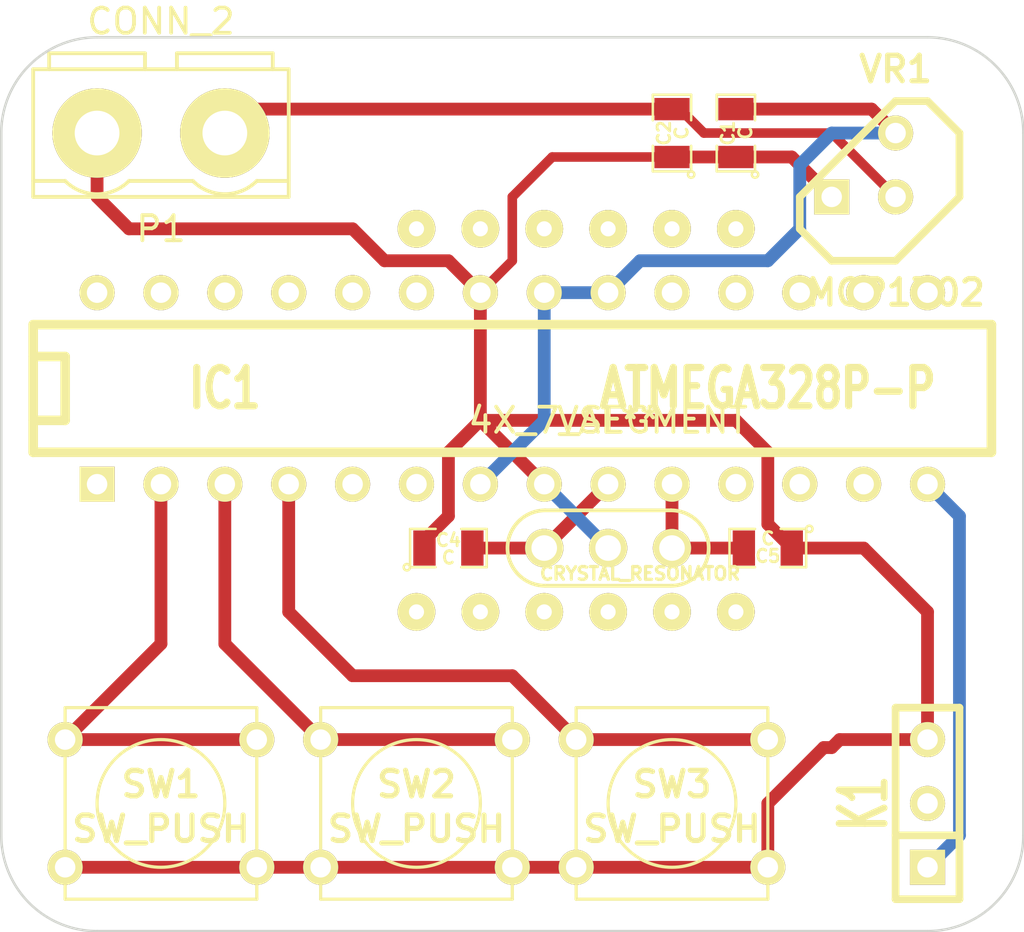
<source format=kicad_pcb>
(kicad_pcb (version 3) (host pcbnew "(2013-dec-23)-stable")

  (general
    (links 33)
    (no_connects 1)
    (area 79.959999 30.429999 120.700001 66.090001)
    (thickness 1.6)
    (drawings 8)
    (tracks 72)
    (zones 0)
    (modules 13)
    (nets 10)
  )

  (page A3)
  (layers
    (15 F.Cu signal)
    (0 B.Cu signal)
    (16 B.Adhes user)
    (17 F.Adhes user)
    (18 B.Paste user)
    (19 F.Paste user)
    (20 B.SilkS user)
    (21 F.SilkS user)
    (22 B.Mask user)
    (23 F.Mask user)
    (24 Dwgs.User user)
    (25 Cmts.User user)
    (26 Eco1.User user)
    (27 Eco2.User user)
    (28 Edge.Cuts user)
  )

  (setup
    (last_trace_width 0.508)
    (user_trace_width 0.381)
    (user_trace_width 0.508)
    (user_trace_width 0.635)
    (user_trace_width 0.762)
    (user_trace_width 1.016)
    (trace_clearance 0.254)
    (zone_clearance 0.508)
    (zone_45_only no)
    (trace_min 0.254)
    (segment_width 0.2)
    (edge_width 0.1)
    (via_size 0.889)
    (via_drill 0.635)
    (via_min_size 0.889)
    (via_min_drill 0.508)
    (uvia_size 0.508)
    (uvia_drill 0.127)
    (uvias_allowed no)
    (uvia_min_size 0.508)
    (uvia_min_drill 0.127)
    (pcb_text_width 0.3)
    (pcb_text_size 1.5 1.5)
    (mod_edge_width 0.15)
    (mod_text_size 1 1)
    (mod_text_width 0.15)
    (pad_size 1.5 1.5)
    (pad_drill 0.6)
    (pad_to_mask_clearance 0)
    (aux_axis_origin 0 0)
    (visible_elements FFFFFFBF)
    (pcbplotparams
      (layerselection 3178497)
      (usegerberextensions true)
      (excludeedgelayer true)
      (linewidth 0.150000)
      (plotframeref false)
      (viasonmask false)
      (mode 1)
      (useauxorigin false)
      (hpglpennumber 1)
      (hpglpenspeed 20)
      (hpglpendiameter 15)
      (hpglpenoverlay 2)
      (psnegative false)
      (psa4output false)
      (plotreference true)
      (plotvalue true)
      (plotothertext true)
      (plotinvisibletext false)
      (padsonsilk false)
      (subtractmaskfromsilk false)
      (outputformat 1)
      (mirror false)
      (drillshape 1)
      (scaleselection 1)
      (outputdirectory ""))
  )

  (net 0 "")
  (net 1 +5V)
  (net 2 GND)
  (net 3 N-000001)
  (net 4 N-000002)
  (net 5 N-0000025)
  (net 6 N-000004)
  (net 7 N-000005)
  (net 8 N-000006)
  (net 9 N-000008)

  (net_class Default "This is the default net class."
    (clearance 0.254)
    (trace_width 0.254)
    (via_dia 0.889)
    (via_drill 0.635)
    (uvia_dia 0.508)
    (uvia_drill 0.127)
    (add_net "")
    (add_net +5V)
    (add_net GND)
    (add_net N-000001)
    (add_net N-000002)
    (add_net N-0000025)
    (add_net N-000004)
    (add_net N-000005)
    (add_net N-000006)
    (add_net N-000008)
  )

  (module TO92 (layer F.Cu) (tedit 443CFFD1) (tstamp 538A9649)
    (at 114.3 35.56 180)
    (descr "Transistor TO92 brochage type BC237")
    (tags "TR TO92")
    (path /538A9548)
    (fp_text reference VR1 (at -1.27 3.81 180) (layer F.SilkS)
      (effects (font (size 1.016 1.016) (thickness 0.2032)))
    )
    (fp_text value MCP1702 (at -1.27 -5.08 180) (layer F.SilkS)
      (effects (font (size 1.016 1.016) (thickness 0.2032)))
    )
    (fp_line (start -1.27 2.54) (end 2.54 -1.27) (layer F.SilkS) (width 0.3048))
    (fp_line (start 2.54 -1.27) (end 2.54 -2.54) (layer F.SilkS) (width 0.3048))
    (fp_line (start 2.54 -2.54) (end 1.27 -3.81) (layer F.SilkS) (width 0.3048))
    (fp_line (start 1.27 -3.81) (end -1.27 -3.81) (layer F.SilkS) (width 0.3048))
    (fp_line (start -1.27 -3.81) (end -3.81 -1.27) (layer F.SilkS) (width 0.3048))
    (fp_line (start -3.81 -1.27) (end -3.81 1.27) (layer F.SilkS) (width 0.3048))
    (fp_line (start -3.81 1.27) (end -2.54 2.54) (layer F.SilkS) (width 0.3048))
    (fp_line (start -2.54 2.54) (end -1.27 2.54) (layer F.SilkS) (width 0.3048))
    (pad 1 thru_hole rect (at 1.27 -1.27 180) (size 1.397 1.397) (drill 0.8128)
      (layers *.Cu *.Mask F.SilkS)
      (net 2 GND)
    )
    (pad 2 thru_hole circle (at -1.27 -1.27 180) (size 1.397 1.397) (drill 0.8128)
      (layers *.Cu *.Mask F.SilkS)
      (net 5 N-0000025)
    )
    (pad 3 thru_hole circle (at -1.27 1.27 180) (size 1.397 1.397) (drill 0.8128)
      (layers *.Cu *.Mask F.SilkS)
      (net 1 +5V)
    )
    (model discret/to98.wrl
      (at (xyz 0 0 0))
      (scale (xyz 1 1 1))
      (rotate (xyz 0 0 0))
    )
  )

  (module SW_PUSH_SMALL (layer F.Cu) (tedit 46544DB3) (tstamp 538A9656)
    (at 86.36 60.96)
    (path /538A9454)
    (fp_text reference SW1 (at 0 -0.762) (layer F.SilkS)
      (effects (font (size 1.016 1.016) (thickness 0.2032)))
    )
    (fp_text value SW_PUSH (at 0 1.016) (layer F.SilkS)
      (effects (font (size 1.016 1.016) (thickness 0.2032)))
    )
    (fp_circle (center 0 0) (end 0 -2.54) (layer F.SilkS) (width 0.127))
    (fp_line (start -3.81 -3.81) (end 3.81 -3.81) (layer F.SilkS) (width 0.127))
    (fp_line (start 3.81 -3.81) (end 3.81 3.81) (layer F.SilkS) (width 0.127))
    (fp_line (start 3.81 3.81) (end -3.81 3.81) (layer F.SilkS) (width 0.127))
    (fp_line (start -3.81 -3.81) (end -3.81 3.81) (layer F.SilkS) (width 0.127))
    (pad 1 thru_hole circle (at 3.81 -2.54) (size 1.397 1.397) (drill 0.8128)
      (layers *.Cu *.Mask F.SilkS)
      (net 6 N-000004)
    )
    (pad 2 thru_hole circle (at 3.81 2.54) (size 1.397 1.397) (drill 0.8128)
      (layers *.Cu *.Mask F.SilkS)
      (net 2 GND)
    )
    (pad 1 thru_hole circle (at -3.81 -2.54) (size 1.397 1.397) (drill 0.8128)
      (layers *.Cu *.Mask F.SilkS)
      (net 6 N-000004)
    )
    (pad 2 thru_hole circle (at -3.81 2.54) (size 1.397 1.397) (drill 0.8128)
      (layers *.Cu *.Mask F.SilkS)
      (net 2 GND)
    )
  )

  (module SW_PUSH_SMALL (layer F.Cu) (tedit 46544DB3) (tstamp 538A9663)
    (at 96.52 60.96)
    (path /538A9461)
    (fp_text reference SW2 (at 0 -0.762) (layer F.SilkS)
      (effects (font (size 1.016 1.016) (thickness 0.2032)))
    )
    (fp_text value SW_PUSH (at 0 1.016) (layer F.SilkS)
      (effects (font (size 1.016 1.016) (thickness 0.2032)))
    )
    (fp_circle (center 0 0) (end 0 -2.54) (layer F.SilkS) (width 0.127))
    (fp_line (start -3.81 -3.81) (end 3.81 -3.81) (layer F.SilkS) (width 0.127))
    (fp_line (start 3.81 -3.81) (end 3.81 3.81) (layer F.SilkS) (width 0.127))
    (fp_line (start 3.81 3.81) (end -3.81 3.81) (layer F.SilkS) (width 0.127))
    (fp_line (start -3.81 -3.81) (end -3.81 3.81) (layer F.SilkS) (width 0.127))
    (pad 1 thru_hole circle (at 3.81 -2.54) (size 1.397 1.397) (drill 0.8128)
      (layers *.Cu *.Mask F.SilkS)
      (net 7 N-000005)
    )
    (pad 2 thru_hole circle (at 3.81 2.54) (size 1.397 1.397) (drill 0.8128)
      (layers *.Cu *.Mask F.SilkS)
      (net 2 GND)
    )
    (pad 1 thru_hole circle (at -3.81 -2.54) (size 1.397 1.397) (drill 0.8128)
      (layers *.Cu *.Mask F.SilkS)
      (net 7 N-000005)
    )
    (pad 2 thru_hole circle (at -3.81 2.54) (size 1.397 1.397) (drill 0.8128)
      (layers *.Cu *.Mask F.SilkS)
      (net 2 GND)
    )
  )

  (module SIL-3 (layer F.Cu) (tedit 200000) (tstamp 538A966F)
    (at 116.84 60.96 90)
    (descr "Connecteur 3 pins")
    (tags "CONN DEV")
    (path /538A9500)
    (fp_text reference K1 (at 0 -2.54 90) (layer F.SilkS)
      (effects (font (size 1.7907 1.07696) (thickness 0.3048)))
    )
    (fp_text value CONN_3 (at 0 -2.54 90) (layer F.SilkS) hide
      (effects (font (size 1.524 1.016) (thickness 0.3048)))
    )
    (fp_line (start -3.81 1.27) (end -3.81 -1.27) (layer F.SilkS) (width 0.3048))
    (fp_line (start -3.81 -1.27) (end 3.81 -1.27) (layer F.SilkS) (width 0.3048))
    (fp_line (start 3.81 -1.27) (end 3.81 1.27) (layer F.SilkS) (width 0.3048))
    (fp_line (start 3.81 1.27) (end -3.81 1.27) (layer F.SilkS) (width 0.3048))
    (fp_line (start -1.27 -1.27) (end -1.27 1.27) (layer F.SilkS) (width 0.3048))
    (pad 1 thru_hole rect (at -2.54 0 90) (size 1.397 1.397) (drill 0.8128)
      (layers *.Cu *.Mask F.SilkS)
      (net 8 N-000006)
    )
    (pad 2 thru_hole circle (at 0 0 90) (size 1.397 1.397) (drill 0.8128)
      (layers *.Cu *.Mask F.SilkS)
      (net 1 +5V)
    )
    (pad 3 thru_hole circle (at 2.54 0 90) (size 1.397 1.397) (drill 0.8128)
      (layers *.Cu *.Mask F.SilkS)
      (net 2 GND)
    )
  )

  (module SCREW_TERMINAL_2 (layer F.Cu) (tedit 535DB3FF) (tstamp 538A9684)
    (at 86.36 34.29 180)
    (path /538A950F)
    (fp_text reference P1 (at 0 -3.81 180) (layer F.SilkS)
      (effects (font (size 1 1) (thickness 0.15)))
    )
    (fp_text value CONN_2 (at 0 4.445 180) (layer F.SilkS)
      (effects (font (size 1 1) (thickness 0.15)))
    )
    (fp_line (start 0.635 2.54) (end 0.635 3.175) (layer F.SilkS) (width 0.15))
    (fp_line (start 0.635 3.175) (end 4.445 3.175) (layer F.SilkS) (width 0.15))
    (fp_line (start 4.445 3.175) (end 4.445 2.54) (layer F.SilkS) (width 0.15))
    (fp_line (start -4.445 3.175) (end -0.635 3.175) (layer F.SilkS) (width 0.15))
    (fp_line (start -0.635 3.175) (end -0.635 2.54) (layer F.SilkS) (width 0.15))
    (fp_line (start -4.445 2.54) (end -4.445 3.175) (layer F.SilkS) (width 0.15))
    (fp_line (start 3.81 -1.905) (end 5.08 -1.905) (layer F.SilkS) (width 0.15))
    (fp_line (start -3.81 -1.905) (end -5.08 -1.905) (layer F.SilkS) (width 0.15))
    (fp_line (start -1.27 -1.905) (end 1.27 -1.905) (layer F.SilkS) (width 0.15))
    (fp_line (start -5.08 -2.54) (end 5.08 -2.54) (layer F.SilkS) (width 0.15))
    (fp_arc (start 2.54 -0.635) (end 1.27 -1.905) (angle 90) (layer F.SilkS) (width 0.15))
    (fp_arc (start -2.54 -0.635) (end -3.81 -1.905) (angle 90) (layer F.SilkS) (width 0.15))
    (fp_line (start -5.08 -2.54) (end -5.08 2.54) (layer F.SilkS) (width 0.15))
    (fp_line (start -5.08 2.54) (end 5.08 2.54) (layer F.SilkS) (width 0.15))
    (fp_line (start 5.08 2.54) (end 5.08 -2.54) (layer F.SilkS) (width 0.15))
    (pad 1 thru_hole circle (at -2.54 0 180) (size 3.556 3.556) (drill 1.778)
      (layers *.Cu *.Mask F.SilkS)
      (net 5 N-0000025)
    )
    (pad 2 thru_hole circle (at 2.54 0 180) (size 3.556 3.556) (drill 1.778)
      (layers *.Cu *.Mask F.SilkS)
      (net 2 GND)
    )
  )

  (module DIP-28__300 (layer F.Cu) (tedit 200000) (tstamp 538A96AB)
    (at 100.33 44.45)
    (descr "28 pins DIL package, round pads, width 300mil")
    (tags DIL)
    (path /538A9416)
    (fp_text reference IC1 (at -11.43 0) (layer F.SilkS)
      (effects (font (size 1.524 1.143) (thickness 0.3048)))
    )
    (fp_text value ATMEGA328P-P (at 10.16 0) (layer F.SilkS)
      (effects (font (size 1.524 1.143) (thickness 0.3048)))
    )
    (fp_line (start -19.05 -2.54) (end 19.05 -2.54) (layer F.SilkS) (width 0.381))
    (fp_line (start 19.05 -2.54) (end 19.05 2.54) (layer F.SilkS) (width 0.381))
    (fp_line (start 19.05 2.54) (end -19.05 2.54) (layer F.SilkS) (width 0.381))
    (fp_line (start -19.05 2.54) (end -19.05 -2.54) (layer F.SilkS) (width 0.381))
    (fp_line (start -19.05 -1.27) (end -17.78 -1.27) (layer F.SilkS) (width 0.381))
    (fp_line (start -17.78 -1.27) (end -17.78 1.27) (layer F.SilkS) (width 0.381))
    (fp_line (start -17.78 1.27) (end -19.05 1.27) (layer F.SilkS) (width 0.381))
    (pad 2 thru_hole circle (at -13.97 3.81) (size 1.397 1.397) (drill 0.8128)
      (layers *.Cu *.Mask F.SilkS)
      (net 6 N-000004)
    )
    (pad 3 thru_hole circle (at -11.43 3.81) (size 1.397 1.397) (drill 0.8128)
      (layers *.Cu *.Mask F.SilkS)
      (net 7 N-000005)
    )
    (pad 4 thru_hole circle (at -8.89 3.81) (size 1.397 1.397) (drill 0.8128)
      (layers *.Cu *.Mask F.SilkS)
      (net 9 N-000008)
    )
    (pad 5 thru_hole circle (at -6.35 3.81) (size 1.397 1.397) (drill 0.8128)
      (layers *.Cu *.Mask F.SilkS)
    )
    (pad 6 thru_hole circle (at -3.81 3.81) (size 1.397 1.397) (drill 0.8128)
      (layers *.Cu *.Mask F.SilkS)
    )
    (pad 7 thru_hole circle (at -1.27 3.81) (size 1.397 1.397) (drill 0.8128)
      (layers *.Cu *.Mask F.SilkS)
      (net 1 +5V)
    )
    (pad 8 thru_hole circle (at 1.27 3.81) (size 1.397 1.397) (drill 0.8128)
      (layers *.Cu *.Mask F.SilkS)
      (net 2 GND)
    )
    (pad 9 thru_hole circle (at 3.81 3.81) (size 1.397 1.397) (drill 0.8128)
      (layers *.Cu *.Mask F.SilkS)
      (net 4 N-000002)
    )
    (pad 10 thru_hole circle (at 6.35 3.81) (size 1.397 1.397) (drill 0.8128)
      (layers *.Cu *.Mask F.SilkS)
      (net 3 N-000001)
    )
    (pad 11 thru_hole circle (at 8.89 3.81) (size 1.397 1.397) (drill 0.8128)
      (layers *.Cu *.Mask F.SilkS)
    )
    (pad 12 thru_hole circle (at 11.43 3.81) (size 1.397 1.397) (drill 0.8128)
      (layers *.Cu *.Mask F.SilkS)
    )
    (pad 13 thru_hole circle (at 13.97 3.81) (size 1.397 1.397) (drill 0.8128)
      (layers *.Cu *.Mask F.SilkS)
    )
    (pad 14 thru_hole circle (at 16.51 3.81) (size 1.397 1.397) (drill 0.8128)
      (layers *.Cu *.Mask F.SilkS)
      (net 8 N-000006)
    )
    (pad 1 thru_hole rect (at -16.51 3.81) (size 1.397 1.397) (drill 0.8128)
      (layers *.Cu *.Mask F.SilkS)
    )
    (pad 15 thru_hole circle (at 16.51 -3.81) (size 1.397 1.397) (drill 0.8128)
      (layers *.Cu *.Mask F.SilkS)
    )
    (pad 16 thru_hole circle (at 13.97 -3.81) (size 1.397 1.397) (drill 0.8128)
      (layers *.Cu *.Mask F.SilkS)
    )
    (pad 17 thru_hole circle (at 11.43 -3.81) (size 1.397 1.397) (drill 0.8128)
      (layers *.Cu *.Mask F.SilkS)
    )
    (pad 18 thru_hole circle (at 8.89 -3.81) (size 1.397 1.397) (drill 0.8128)
      (layers *.Cu *.Mask F.SilkS)
    )
    (pad 19 thru_hole circle (at 6.35 -3.81) (size 1.397 1.397) (drill 0.8128)
      (layers *.Cu *.Mask F.SilkS)
    )
    (pad 20 thru_hole circle (at 3.81 -3.81) (size 1.397 1.397) (drill 0.8128)
      (layers *.Cu *.Mask F.SilkS)
      (net 1 +5V)
    )
    (pad 21 thru_hole circle (at 1.27 -3.81) (size 1.397 1.397) (drill 0.8128)
      (layers *.Cu *.Mask F.SilkS)
      (net 1 +5V)
    )
    (pad 22 thru_hole circle (at -1.27 -3.81) (size 1.397 1.397) (drill 0.8128)
      (layers *.Cu *.Mask F.SilkS)
      (net 2 GND)
    )
    (pad 23 thru_hole circle (at -3.81 -3.81) (size 1.397 1.397) (drill 0.8128)
      (layers *.Cu *.Mask F.SilkS)
    )
    (pad 24 thru_hole circle (at -6.35 -3.81) (size 1.397 1.397) (drill 0.8128)
      (layers *.Cu *.Mask F.SilkS)
    )
    (pad 25 thru_hole circle (at -8.89 -3.81) (size 1.397 1.397) (drill 0.8128)
      (layers *.Cu *.Mask F.SilkS)
    )
    (pad 26 thru_hole circle (at -11.43 -3.81) (size 1.397 1.397) (drill 0.8128)
      (layers *.Cu *.Mask F.SilkS)
    )
    (pad 27 thru_hole circle (at -13.97 -3.81) (size 1.397 1.397) (drill 0.8128)
      (layers *.Cu *.Mask F.SilkS)
    )
    (pad 28 thru_hole circle (at -16.51 -3.81) (size 1.397 1.397) (drill 0.8128)
      (layers *.Cu *.Mask F.SilkS)
    )
    (model dil/dil_28-w300.wrl
      (at (xyz 0 0 0))
      (scale (xyz 1 1 1))
      (rotate (xyz 0 0 0))
    )
  )

  (module 4X_7_SEGMENT (layer F.Cu) (tedit 538A967F) (tstamp 538A9A7F)
    (at 104.14 45.72)
    (fp_text reference 4X_7_SEGMENT (at 0 0) (layer F.SilkS)
      (effects (font (size 1 1) (thickness 0.15)))
    )
    (fp_text value VAL** (at 0 0) (layer F.SilkS)
      (effects (font (size 1 1) (thickness 0.15)))
    )
    (pad 1 thru_hole circle (at -7.62 -7.62) (size 1.5 1.5) (drill 0.6)
      (layers *.Cu *.Mask F.SilkS)
    )
    (pad 2 thru_hole circle (at -5.08 -7.62) (size 1.5 1.5) (drill 0.6)
      (layers *.Cu *.Mask F.SilkS)
    )
    (pad 3 thru_hole circle (at -2.54 -7.62) (size 1.5 1.5) (drill 0.6)
      (layers *.Cu *.Mask F.SilkS)
    )
    (pad 4 thru_hole circle (at 0 -7.62) (size 1.5 1.5) (drill 0.6)
      (layers *.Cu *.Mask F.SilkS)
    )
    (pad 5 thru_hole circle (at 2.54 -7.62) (size 1.5 1.5) (drill 0.6)
      (layers *.Cu *.Mask F.SilkS)
    )
    (pad 6 thru_hole circle (at 5.08 -7.62) (size 1.5 1.5) (drill 0.6)
      (layers *.Cu *.Mask F.SilkS)
    )
    (pad 7 thru_hole circle (at -7.62 7.62) (size 1.5 1.5) (drill 0.6)
      (layers *.Cu *.Mask F.SilkS)
    )
    (pad 8 thru_hole circle (at -5.08 7.62) (size 1.5 1.5) (drill 0.6)
      (layers *.Cu *.Mask F.SilkS)
    )
    (pad 9 thru_hole circle (at -2.54 7.62) (size 1.5 1.5) (drill 0.6)
      (layers *.Cu *.Mask F.SilkS)
    )
    (pad 10 thru_hole circle (at 0 7.62) (size 1.5 1.5) (drill 0.6)
      (layers *.Cu *.Mask F.SilkS)
    )
    (pad 11 thru_hole circle (at 2.54 7.62) (size 1.5 1.5) (drill 0.6)
      (layers *.Cu *.Mask F.SilkS)
    )
    (pad 12 thru_hole circle (at 5.08 7.62) (size 1.5 1.5) (drill 0.6)
      (layers *.Cu *.Mask F.SilkS)
    )
  )

  (module SW_PUSH_SMALL (layer F.Cu) (tedit 46544DB3) (tstamp 538A9D1F)
    (at 106.68 60.96)
    (path /538A979A)
    (fp_text reference SW3 (at 0 -0.762) (layer F.SilkS)
      (effects (font (size 1.016 1.016) (thickness 0.2032)))
    )
    (fp_text value SW_PUSH (at 0 1.016) (layer F.SilkS)
      (effects (font (size 1.016 1.016) (thickness 0.2032)))
    )
    (fp_circle (center 0 0) (end 0 -2.54) (layer F.SilkS) (width 0.127))
    (fp_line (start -3.81 -3.81) (end 3.81 -3.81) (layer F.SilkS) (width 0.127))
    (fp_line (start 3.81 -3.81) (end 3.81 3.81) (layer F.SilkS) (width 0.127))
    (fp_line (start 3.81 3.81) (end -3.81 3.81) (layer F.SilkS) (width 0.127))
    (fp_line (start -3.81 -3.81) (end -3.81 3.81) (layer F.SilkS) (width 0.127))
    (pad 1 thru_hole circle (at 3.81 -2.54) (size 1.397 1.397) (drill 0.8128)
      (layers *.Cu *.Mask F.SilkS)
      (net 9 N-000008)
    )
    (pad 2 thru_hole circle (at 3.81 2.54) (size 1.397 1.397) (drill 0.8128)
      (layers *.Cu *.Mask F.SilkS)
      (net 2 GND)
    )
    (pad 1 thru_hole circle (at -3.81 -2.54) (size 1.397 1.397) (drill 0.8128)
      (layers *.Cu *.Mask F.SilkS)
      (net 9 N-000008)
    )
    (pad 2 thru_hole circle (at -3.81 2.54) (size 1.397 1.397) (drill 0.8128)
      (layers *.Cu *.Mask F.SilkS)
      (net 2 GND)
    )
  )

  (module SM0805 (layer F.Cu) (tedit 5091495C) (tstamp 538A9D2C)
    (at 106.68 34.29 90)
    (path /538A97A2)
    (attr smd)
    (fp_text reference C2 (at 0 -0.3175 90) (layer F.SilkS)
      (effects (font (size 0.50038 0.50038) (thickness 0.10922)))
    )
    (fp_text value C (at 0 0.381 90) (layer F.SilkS)
      (effects (font (size 0.50038 0.50038) (thickness 0.10922)))
    )
    (fp_circle (center -1.651 0.762) (end -1.651 0.635) (layer F.SilkS) (width 0.09906))
    (fp_line (start -0.508 0.762) (end -1.524 0.762) (layer F.SilkS) (width 0.09906))
    (fp_line (start -1.524 0.762) (end -1.524 -0.762) (layer F.SilkS) (width 0.09906))
    (fp_line (start -1.524 -0.762) (end -0.508 -0.762) (layer F.SilkS) (width 0.09906))
    (fp_line (start 0.508 -0.762) (end 1.524 -0.762) (layer F.SilkS) (width 0.09906))
    (fp_line (start 1.524 -0.762) (end 1.524 0.762) (layer F.SilkS) (width 0.09906))
    (fp_line (start 1.524 0.762) (end 0.508 0.762) (layer F.SilkS) (width 0.09906))
    (pad 1 smd rect (at -0.9525 0 90) (size 0.889 1.397)
      (layers F.Cu F.Paste F.Mask)
      (net 2 GND)
    )
    (pad 2 smd rect (at 0.9525 0 90) (size 0.889 1.397)
      (layers F.Cu F.Paste F.Mask)
      (net 5 N-0000025)
    )
    (model smd/chip_cms.wrl
      (at (xyz 0 0 0))
      (scale (xyz 0.1 0.1 0.1))
      (rotate (xyz 0 0 0))
    )
  )

  (module SM0805 (layer F.Cu) (tedit 5091495C) (tstamp 538A9D39)
    (at 109.22 34.29 90)
    (path /538A97AF)
    (attr smd)
    (fp_text reference C1 (at 0 -0.3175 90) (layer F.SilkS)
      (effects (font (size 0.50038 0.50038) (thickness 0.10922)))
    )
    (fp_text value C (at 0 0.381 90) (layer F.SilkS)
      (effects (font (size 0.50038 0.50038) (thickness 0.10922)))
    )
    (fp_circle (center -1.651 0.762) (end -1.651 0.635) (layer F.SilkS) (width 0.09906))
    (fp_line (start -0.508 0.762) (end -1.524 0.762) (layer F.SilkS) (width 0.09906))
    (fp_line (start -1.524 0.762) (end -1.524 -0.762) (layer F.SilkS) (width 0.09906))
    (fp_line (start -1.524 -0.762) (end -0.508 -0.762) (layer F.SilkS) (width 0.09906))
    (fp_line (start 0.508 -0.762) (end 1.524 -0.762) (layer F.SilkS) (width 0.09906))
    (fp_line (start 1.524 -0.762) (end 1.524 0.762) (layer F.SilkS) (width 0.09906))
    (fp_line (start 1.524 0.762) (end 0.508 0.762) (layer F.SilkS) (width 0.09906))
    (pad 1 smd rect (at -0.9525 0 90) (size 0.889 1.397)
      (layers F.Cu F.Paste F.Mask)
      (net 2 GND)
    )
    (pad 2 smd rect (at 0.9525 0 90) (size 0.889 1.397)
      (layers F.Cu F.Paste F.Mask)
      (net 1 +5V)
    )
    (model smd/chip_cms.wrl
      (at (xyz 0 0 0))
      (scale (xyz 0.1 0.1 0.1))
      (rotate (xyz 0 0 0))
    )
  )

  (module SM0805 (layer F.Cu) (tedit 5091495C) (tstamp 538A9D46)
    (at 110.49 50.8 180)
    (path /538A998F)
    (attr smd)
    (fp_text reference C5 (at 0 -0.3175 180) (layer F.SilkS)
      (effects (font (size 0.50038 0.50038) (thickness 0.10922)))
    )
    (fp_text value C (at 0 0.381 180) (layer F.SilkS)
      (effects (font (size 0.50038 0.50038) (thickness 0.10922)))
    )
    (fp_circle (center -1.651 0.762) (end -1.651 0.635) (layer F.SilkS) (width 0.09906))
    (fp_line (start -0.508 0.762) (end -1.524 0.762) (layer F.SilkS) (width 0.09906))
    (fp_line (start -1.524 0.762) (end -1.524 -0.762) (layer F.SilkS) (width 0.09906))
    (fp_line (start -1.524 -0.762) (end -0.508 -0.762) (layer F.SilkS) (width 0.09906))
    (fp_line (start 0.508 -0.762) (end 1.524 -0.762) (layer F.SilkS) (width 0.09906))
    (fp_line (start 1.524 -0.762) (end 1.524 0.762) (layer F.SilkS) (width 0.09906))
    (fp_line (start 1.524 0.762) (end 0.508 0.762) (layer F.SilkS) (width 0.09906))
    (pad 1 smd rect (at -0.9525 0 180) (size 0.889 1.397)
      (layers F.Cu F.Paste F.Mask)
      (net 2 GND)
    )
    (pad 2 smd rect (at 0.9525 0 180) (size 0.889 1.397)
      (layers F.Cu F.Paste F.Mask)
      (net 3 N-000001)
    )
    (model smd/chip_cms.wrl
      (at (xyz 0 0 0))
      (scale (xyz 0.1 0.1 0.1))
      (rotate (xyz 0 0 0))
    )
  )

  (module SM0805 (layer F.Cu) (tedit 5091495C) (tstamp 538A9D53)
    (at 97.79 50.8)
    (path /538A999F)
    (attr smd)
    (fp_text reference C4 (at 0 -0.3175) (layer F.SilkS)
      (effects (font (size 0.50038 0.50038) (thickness 0.10922)))
    )
    (fp_text value C (at 0 0.381) (layer F.SilkS)
      (effects (font (size 0.50038 0.50038) (thickness 0.10922)))
    )
    (fp_circle (center -1.651 0.762) (end -1.651 0.635) (layer F.SilkS) (width 0.09906))
    (fp_line (start -0.508 0.762) (end -1.524 0.762) (layer F.SilkS) (width 0.09906))
    (fp_line (start -1.524 0.762) (end -1.524 -0.762) (layer F.SilkS) (width 0.09906))
    (fp_line (start -1.524 -0.762) (end -0.508 -0.762) (layer F.SilkS) (width 0.09906))
    (fp_line (start 0.508 -0.762) (end 1.524 -0.762) (layer F.SilkS) (width 0.09906))
    (fp_line (start 1.524 -0.762) (end 1.524 0.762) (layer F.SilkS) (width 0.09906))
    (fp_line (start 1.524 0.762) (end 0.508 0.762) (layer F.SilkS) (width 0.09906))
    (pad 1 smd rect (at -0.9525 0) (size 0.889 1.397)
      (layers F.Cu F.Paste F.Mask)
      (net 2 GND)
    )
    (pad 2 smd rect (at 0.9525 0) (size 0.889 1.397)
      (layers F.Cu F.Paste F.Mask)
      (net 4 N-000002)
    )
    (model smd/chip_cms.wrl
      (at (xyz 0 0 0))
      (scale (xyz 0.1 0.1 0.1))
      (rotate (xyz 0 0 0))
    )
  )

  (module CRYSTAL_RESONATOR (layer F.Cu) (tedit 535DBA6F) (tstamp 538A9D8F)
    (at 104.14 50.8 180)
    (tags "XTAL RESONATOR")
    (path /538A990C)
    (fp_text reference X1 (at 0.254 -2.159 180) (layer F.SilkS) hide
      (effects (font (size 1.016 1.016) (thickness 0.1524)))
    )
    (fp_text value CRYSTAL_RESONATOR (at -1.27 -1.016 180) (layer F.SilkS)
      (effects (font (size 0.508 0.508) (thickness 0.127)))
    )
    (fp_line (start 2.5 1.5) (end -2.5 1.5) (layer F.SilkS) (width 0.15))
    (fp_line (start -2.5 -1.5) (end 2.5 -1.5) (layer F.SilkS) (width 0.15))
    (fp_arc (start 2.5 0) (end 2.5 -1.5) (angle 180) (layer F.SilkS) (width 0.15))
    (fp_arc (start -2.5 0) (end -2.5 1.5) (angle 180) (layer F.SilkS) (width 0.15))
    (pad 1 thru_hole circle (at -2.54 0 180) (size 1.524 1.524) (drill 1.016)
      (layers *.Cu *.Mask F.SilkS)
      (net 3 N-000001)
    )
    (pad 2 thru_hole circle (at 2.54 0 180) (size 1.524 1.524) (drill 1.016)
      (layers *.Cu *.Mask F.SilkS)
      (net 4 N-000002)
    )
    (pad 3 thru_hole circle (at 0 0 180) (size 1.524 1.524) (drill 1.016)
      (layers *.Cu *.Mask F.SilkS)
      (net 2 GND)
    )
    (model pin_array/pins_array_3x1.wrl
      (at (xyz 0 0 0))
      (scale (xyz 1 1 1))
      (rotate (xyz 0 0 0))
    )
  )

  (gr_line (start 83.82 30.48) (end 116.84 30.48) (angle 90) (layer Edge.Cuts) (width 0.1))
  (gr_line (start 120.65 34.29) (end 120.65 62.23) (angle 90) (layer Edge.Cuts) (width 0.1))
  (gr_line (start 80.01 62.23) (end 80.01 34.29) (angle 90) (layer Edge.Cuts) (width 0.1))
  (gr_line (start 116.84 66.04) (end 83.82 66.04) (angle 90) (layer Edge.Cuts) (width 0.1))
  (gr_arc (start 83.82 62.23) (end 83.82 66.04) (angle 90) (layer Edge.Cuts) (width 0.1))
  (gr_arc (start 116.84 62.23) (end 120.65 62.23) (angle 90) (layer Edge.Cuts) (width 0.1))
  (gr_arc (start 116.84 34.29) (end 116.84 30.48) (angle 90) (layer Edge.Cuts) (width 0.1))
  (gr_arc (start 83.82 34.29) (end 80.01 34.29) (angle 90) (layer Edge.Cuts) (width 0.1))

  (segment (start 104.14 40.64) (end 105.41 39.37) (width 0.508) (layer B.Cu) (net 1))
  (segment (start 113.03 34.29) (end 115.57 34.29) (width 0.508) (layer B.Cu) (net 1) (tstamp 538A9F32))
  (segment (start 111.76 35.56) (end 113.03 34.29) (width 0.508) (layer B.Cu) (net 1) (tstamp 538A9F31))
  (segment (start 111.76 38.1) (end 111.76 35.56) (width 0.508) (layer B.Cu) (net 1) (tstamp 538A9F30))
  (segment (start 110.49 39.37) (end 111.76 38.1) (width 0.508) (layer B.Cu) (net 1) (tstamp 538A9F2F))
  (segment (start 105.41 39.37) (end 110.49 39.37) (width 0.508) (layer B.Cu) (net 1) (tstamp 538A9F2E))
  (segment (start 109.22 33.3375) (end 114.6175 33.3375) (width 0.508) (layer F.Cu) (net 1))
  (segment (start 114.6175 33.3375) (end 115.57 34.29) (width 0.508) (layer F.Cu) (net 1) (tstamp 538A9EE7))
  (segment (start 101.6 40.64) (end 104.14 40.64) (width 0.508) (layer B.Cu) (net 1))
  (segment (start 99.06 48.26) (end 101.6 45.72) (width 0.508) (layer B.Cu) (net 1))
  (segment (start 101.6 45.72) (end 101.6 40.64) (width 0.508) (layer B.Cu) (net 1) (tstamp 538A9EDA))
  (segment (start 99.06 45.72) (end 109.22 45.72) (width 0.508) (layer F.Cu) (net 2))
  (segment (start 110.49 49.8475) (end 111.4425 50.8) (width 0.508) (layer F.Cu) (net 2) (tstamp 538A9F51))
  (segment (start 110.49 46.99) (end 110.49 49.8475) (width 0.508) (layer F.Cu) (net 2) (tstamp 538A9F50))
  (segment (start 109.22 45.72) (end 110.49 46.99) (width 0.508) (layer F.Cu) (net 2) (tstamp 538A9F4F))
  (segment (start 96.8375 50.8) (end 96.8375 50.4825) (width 0.508) (layer F.Cu) (net 2))
  (segment (start 97.79 46.99) (end 99.06 45.72) (width 0.508) (layer F.Cu) (net 2) (tstamp 538A9F4C))
  (segment (start 97.79 49.53) (end 97.79 46.99) (width 0.508) (layer F.Cu) (net 2) (tstamp 538A9F4B))
  (segment (start 96.8375 50.4825) (end 97.79 49.53) (width 0.508) (layer F.Cu) (net 2) (tstamp 538A9F4A))
  (segment (start 83.82 34.29) (end 83.82 36.83) (width 0.508) (layer F.Cu) (net 2))
  (segment (start 97.79 39.37) (end 99.06 40.64) (width 0.508) (layer F.Cu) (net 2) (tstamp 538A9F1A))
  (segment (start 95.25 39.37) (end 97.79 39.37) (width 0.508) (layer F.Cu) (net 2) (tstamp 538A9F19))
  (segment (start 93.98 38.1) (end 95.25 39.37) (width 0.508) (layer F.Cu) (net 2) (tstamp 538A9F18))
  (segment (start 85.09 38.1) (end 93.98 38.1) (width 0.508) (layer F.Cu) (net 2) (tstamp 538A9F17))
  (segment (start 83.82 36.83) (end 85.09 38.1) (width 0.508) (layer F.Cu) (net 2) (tstamp 538A9F16))
  (segment (start 106.68 35.2425) (end 101.9175 35.2425) (width 0.381) (layer F.Cu) (net 2))
  (segment (start 100.33 39.37) (end 99.06 40.64) (width 0.381) (layer F.Cu) (net 2) (tstamp 538A9F10))
  (segment (start 100.33 36.83) (end 100.33 39.37) (width 0.381) (layer F.Cu) (net 2) (tstamp 538A9F0E))
  (segment (start 101.9175 35.2425) (end 100.33 36.83) (width 0.381) (layer F.Cu) (net 2) (tstamp 538A9F0C))
  (segment (start 109.22 35.2425) (end 111.4425 35.2425) (width 0.508) (layer F.Cu) (net 2))
  (segment (start 111.4425 35.2425) (end 113.03 36.83) (width 0.508) (layer F.Cu) (net 2) (tstamp 538A9EE3))
  (segment (start 106.68 35.2425) (end 109.22 35.2425) (width 0.508) (layer F.Cu) (net 2))
  (segment (start 99.06 40.64) (end 99.06 45.72) (width 0.508) (layer F.Cu) (net 2))
  (segment (start 99.06 45.72) (end 101.6 48.26) (width 0.508) (layer F.Cu) (net 2) (tstamp 538A9ED6))
  (segment (start 104.14 50.8) (end 101.6 48.26) (width 0.508) (layer B.Cu) (net 2))
  (segment (start 111.4425 50.8) (end 114.3 50.8) (width 0.508) (layer F.Cu) (net 2))
  (segment (start 114.3 50.8) (end 116.84 53.34) (width 0.508) (layer F.Cu) (net 2) (tstamp 538A9ECA))
  (segment (start 116.84 53.34) (end 116.84 58.42) (width 0.508) (layer F.Cu) (net 2))
  (segment (start 116.84 58.42) (end 113.3475 58.42) (width 0.508) (layer F.Cu) (net 2))
  (segment (start 113.3475 58.42) (end 113.03 58.7375) (width 0.508) (layer F.Cu) (net 2) (tstamp 538A9EC0))
  (segment (start 82.55 63.5) (end 90.17 63.5) (width 0.508) (layer F.Cu) (net 2))
  (segment (start 90.17 63.5) (end 92.71 63.5) (width 0.508) (layer F.Cu) (net 2) (tstamp 538A9EB7))
  (segment (start 92.71 63.5) (end 100.33 63.5) (width 0.508) (layer F.Cu) (net 2) (tstamp 538A9EB8))
  (segment (start 100.33 63.5) (end 102.87 63.5) (width 0.508) (layer F.Cu) (net 2) (tstamp 538A9EB9))
  (segment (start 102.87 63.5) (end 110.49 63.5) (width 0.508) (layer F.Cu) (net 2) (tstamp 538A9EBA))
  (segment (start 110.49 63.5) (end 110.49 60.96) (width 0.508) (layer F.Cu) (net 2) (tstamp 538A9EBB))
  (segment (start 110.49 60.96) (end 112.7125 58.7375) (width 0.508) (layer F.Cu) (net 2) (tstamp 538A9EBC))
  (segment (start 112.7125 58.7375) (end 113.03 58.7375) (width 0.508) (layer F.Cu) (net 2) (tstamp 538A9EBD))
  (segment (start 106.68 50.8) (end 109.5375 50.8) (width 0.508) (layer F.Cu) (net 3))
  (segment (start 106.68 48.26) (end 106.68 50.8) (width 0.508) (layer F.Cu) (net 3))
  (segment (start 101.6 50.8) (end 98.7425 50.8) (width 0.508) (layer F.Cu) (net 4))
  (segment (start 104.14 48.26) (end 101.6 50.8) (width 0.508) (layer F.Cu) (net 4))
  (segment (start 106.68 33.3375) (end 89.8525 33.3375) (width 0.508) (layer F.Cu) (net 5))
  (segment (start 89.8525 33.3375) (end 88.9 34.29) (width 0.508) (layer F.Cu) (net 5) (tstamp 538A9F13))
  (segment (start 115.57 36.83) (end 113.03 34.29) (width 0.381) (layer F.Cu) (net 5))
  (segment (start 106.9975 33.3375) (end 106.68 33.3375) (width 0.381) (layer F.Cu) (net 5) (tstamp 538A9EF3))
  (segment (start 107.95 34.29) (end 106.9975 33.3375) (width 0.381) (layer F.Cu) (net 5) (tstamp 538A9EF2))
  (segment (start 113.03 34.29) (end 107.95 34.29) (width 0.381) (layer F.Cu) (net 5) (tstamp 538A9EF1))
  (segment (start 82.55 58.42) (end 90.17 58.42) (width 0.508) (layer F.Cu) (net 6))
  (segment (start 86.36 48.26) (end 86.36 54.61) (width 0.508) (layer F.Cu) (net 6))
  (segment (start 86.36 54.61) (end 82.55 58.42) (width 0.508) (layer F.Cu) (net 6) (tstamp 538A9EA2))
  (segment (start 92.71 58.42) (end 100.33 58.42) (width 0.508) (layer F.Cu) (net 7))
  (segment (start 92.71 58.42) (end 88.9 54.61) (width 0.508) (layer F.Cu) (net 7))
  (segment (start 88.9 54.61) (end 88.9 48.26) (width 0.508) (layer F.Cu) (net 7) (tstamp 538A9EA6))
  (segment (start 116.84 48.26) (end 118.11 49.53) (width 0.508) (layer B.Cu) (net 8))
  (segment (start 118.11 62.23) (end 116.84 63.5) (width 0.508) (layer B.Cu) (net 8) (tstamp 538A9F39))
  (segment (start 118.11 49.53) (end 118.11 62.23) (width 0.508) (layer B.Cu) (net 8) (tstamp 538A9F38))
  (segment (start 102.87 58.42) (end 110.49 58.42) (width 0.508) (layer F.Cu) (net 9))
  (segment (start 102.87 58.42) (end 100.33 55.88) (width 0.508) (layer F.Cu) (net 9))
  (segment (start 91.44 53.34) (end 91.44 48.26) (width 0.508) (layer F.Cu) (net 9) (tstamp 538A9EAB))
  (segment (start 93.98 55.88) (end 91.44 53.34) (width 0.508) (layer F.Cu) (net 9) (tstamp 538A9EAA))
  (segment (start 100.33 55.88) (end 93.98 55.88) (width 0.508) (layer F.Cu) (net 9) (tstamp 538A9EA9))

)

</source>
